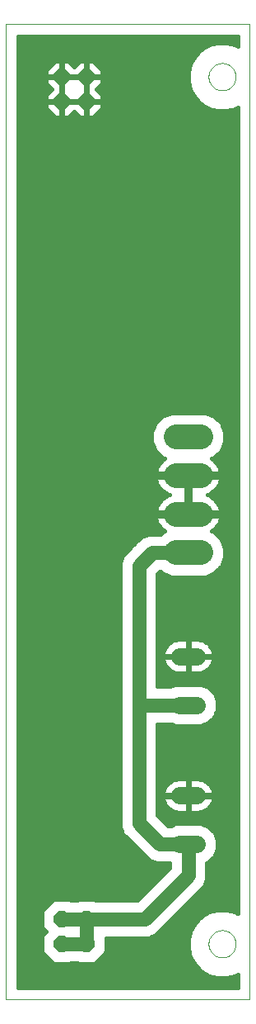
<source format=gbl>
G75*
%MOIN*%
%OFA0B0*%
%FSLAX24Y24*%
%IPPOS*%
%LPD*%
%AMOC8*
5,1,8,0,0,1.08239X$1,22.5*
%
%ADD10C,0.0000*%
%ADD11OC8,0.0640*%
%ADD12C,0.0710*%
%ADD13C,0.1004*%
%ADD14C,0.0560*%
%ADD15C,0.0160*%
D10*
X057015Y003890D02*
X057015Y043260D01*
X066882Y043260D01*
X066882Y003890D01*
X057015Y003890D01*
X065215Y006140D02*
X065217Y006187D01*
X065223Y006233D01*
X065233Y006279D01*
X065246Y006323D01*
X065264Y006367D01*
X065285Y006408D01*
X065309Y006448D01*
X065337Y006486D01*
X065368Y006521D01*
X065402Y006553D01*
X065438Y006582D01*
X065477Y006608D01*
X065517Y006631D01*
X065560Y006650D01*
X065604Y006666D01*
X065649Y006678D01*
X065695Y006686D01*
X065742Y006690D01*
X065788Y006690D01*
X065835Y006686D01*
X065881Y006678D01*
X065926Y006666D01*
X065970Y006650D01*
X066013Y006631D01*
X066053Y006608D01*
X066092Y006582D01*
X066128Y006553D01*
X066162Y006521D01*
X066193Y006486D01*
X066221Y006448D01*
X066245Y006408D01*
X066266Y006367D01*
X066284Y006323D01*
X066297Y006279D01*
X066307Y006233D01*
X066313Y006187D01*
X066315Y006140D01*
X066313Y006093D01*
X066307Y006047D01*
X066297Y006001D01*
X066284Y005957D01*
X066266Y005913D01*
X066245Y005872D01*
X066221Y005832D01*
X066193Y005794D01*
X066162Y005759D01*
X066128Y005727D01*
X066092Y005698D01*
X066053Y005672D01*
X066013Y005649D01*
X065970Y005630D01*
X065926Y005614D01*
X065881Y005602D01*
X065835Y005594D01*
X065788Y005590D01*
X065742Y005590D01*
X065695Y005594D01*
X065649Y005602D01*
X065604Y005614D01*
X065560Y005630D01*
X065517Y005649D01*
X065477Y005672D01*
X065438Y005698D01*
X065402Y005727D01*
X065368Y005759D01*
X065337Y005794D01*
X065309Y005832D01*
X065285Y005872D01*
X065264Y005913D01*
X065246Y005957D01*
X065233Y006001D01*
X065223Y006047D01*
X065217Y006093D01*
X065215Y006140D01*
X065215Y041140D02*
X065217Y041187D01*
X065223Y041233D01*
X065233Y041279D01*
X065246Y041323D01*
X065264Y041367D01*
X065285Y041408D01*
X065309Y041448D01*
X065337Y041486D01*
X065368Y041521D01*
X065402Y041553D01*
X065438Y041582D01*
X065477Y041608D01*
X065517Y041631D01*
X065560Y041650D01*
X065604Y041666D01*
X065649Y041678D01*
X065695Y041686D01*
X065742Y041690D01*
X065788Y041690D01*
X065835Y041686D01*
X065881Y041678D01*
X065926Y041666D01*
X065970Y041650D01*
X066013Y041631D01*
X066053Y041608D01*
X066092Y041582D01*
X066128Y041553D01*
X066162Y041521D01*
X066193Y041486D01*
X066221Y041448D01*
X066245Y041408D01*
X066266Y041367D01*
X066284Y041323D01*
X066297Y041279D01*
X066307Y041233D01*
X066313Y041187D01*
X066315Y041140D01*
X066313Y041093D01*
X066307Y041047D01*
X066297Y041001D01*
X066284Y040957D01*
X066266Y040913D01*
X066245Y040872D01*
X066221Y040832D01*
X066193Y040794D01*
X066162Y040759D01*
X066128Y040727D01*
X066092Y040698D01*
X066053Y040672D01*
X066013Y040649D01*
X065970Y040630D01*
X065926Y040614D01*
X065881Y040602D01*
X065835Y040594D01*
X065788Y040590D01*
X065742Y040590D01*
X065695Y040594D01*
X065649Y040602D01*
X065604Y040614D01*
X065560Y040630D01*
X065517Y040649D01*
X065477Y040672D01*
X065438Y040698D01*
X065402Y040727D01*
X065368Y040759D01*
X065337Y040794D01*
X065309Y040832D01*
X065285Y040872D01*
X065264Y040913D01*
X065246Y040957D01*
X065233Y041001D01*
X065223Y041047D01*
X065217Y041093D01*
X065215Y041140D01*
D11*
X060265Y041140D03*
X059265Y041140D03*
X059265Y040140D03*
X060265Y040140D03*
X060265Y007140D03*
X059265Y007140D03*
X059265Y006140D03*
X060265Y006140D03*
D12*
X064035Y010156D02*
X064745Y010156D01*
X064745Y012124D02*
X064035Y012124D01*
X064035Y015781D02*
X064745Y015781D01*
X064745Y017749D02*
X064035Y017749D01*
D13*
X063888Y021926D02*
X064892Y021926D01*
X064892Y023485D02*
X063888Y023485D01*
X063888Y025045D02*
X064892Y025045D01*
X064892Y026604D02*
X063888Y026604D01*
D14*
X064390Y021926D02*
X062926Y021926D01*
X062390Y021390D01*
X062390Y015765D01*
X064374Y015765D01*
X064390Y015781D01*
X062390Y015765D02*
X062390Y011015D01*
X063249Y010156D01*
X064390Y010156D01*
X064390Y008890D01*
X062640Y007140D01*
X060265Y007140D01*
X060265Y006140D01*
X059265Y006140D01*
X059265Y007140D02*
X060265Y007140D01*
D15*
X060636Y007900D02*
X060596Y007940D01*
X059934Y007940D01*
X059894Y007900D01*
X059636Y007900D01*
X059596Y007940D01*
X058934Y007940D01*
X058465Y007471D01*
X058465Y006809D01*
X058634Y006640D01*
X058465Y006471D01*
X058465Y005809D01*
X058934Y005340D01*
X059596Y005340D01*
X059636Y005380D01*
X059894Y005380D01*
X059934Y005340D01*
X060596Y005340D01*
X061065Y005809D01*
X061065Y006380D01*
X062791Y006380D01*
X063071Y006496D01*
X063284Y006709D01*
X065034Y008459D01*
X065150Y008739D01*
X065150Y009420D01*
X065218Y009448D01*
X065453Y009683D01*
X065580Y009990D01*
X065580Y010322D01*
X065453Y010629D01*
X065218Y010864D01*
X064911Y010991D01*
X063869Y010991D01*
X063688Y010916D01*
X063564Y010916D01*
X063150Y011330D01*
X063150Y015005D01*
X063726Y015005D01*
X063869Y014946D01*
X064911Y014946D01*
X065218Y015073D01*
X065453Y015308D01*
X065580Y015615D01*
X065580Y015947D01*
X065453Y016254D01*
X065218Y016489D01*
X064911Y016616D01*
X063869Y016616D01*
X063650Y016525D01*
X063150Y016525D01*
X063150Y021075D01*
X063241Y021166D01*
X063259Y021166D01*
X063332Y021094D01*
X063693Y020944D01*
X065087Y020944D01*
X065448Y021094D01*
X065724Y021370D01*
X065874Y021731D01*
X065874Y022122D01*
X065724Y022483D01*
X065448Y022759D01*
X065349Y022800D01*
X065350Y022801D01*
X065435Y022866D01*
X065511Y022942D01*
X065577Y023028D01*
X065631Y023121D01*
X065672Y023221D01*
X065700Y023325D01*
X065710Y023405D01*
X064470Y023405D01*
X064470Y023565D01*
X065710Y023565D01*
X065700Y023646D01*
X065672Y023750D01*
X065631Y023850D01*
X065577Y023943D01*
X065511Y024029D01*
X065435Y024105D01*
X065350Y024170D01*
X065256Y024224D01*
X065158Y024265D01*
X065256Y024306D01*
X065350Y024360D01*
X065435Y024425D01*
X065511Y024501D01*
X065577Y024587D01*
X065631Y024680D01*
X065672Y024780D01*
X065700Y024884D01*
X065710Y024965D01*
X064470Y024965D01*
X064470Y025125D01*
X065710Y025125D01*
X065700Y025205D01*
X065672Y025309D01*
X065631Y025409D01*
X065577Y025502D01*
X065511Y025588D01*
X065435Y025664D01*
X065350Y025729D01*
X065349Y025730D01*
X065448Y025771D01*
X065724Y026047D01*
X065874Y026408D01*
X065874Y026799D01*
X065724Y027160D01*
X065448Y027436D01*
X065087Y027586D01*
X063693Y027586D01*
X063332Y027436D01*
X063056Y027160D01*
X062906Y026799D01*
X062906Y026408D01*
X063056Y026047D01*
X063332Y025771D01*
X063431Y025730D01*
X063430Y025729D01*
X063345Y025664D01*
X063269Y025588D01*
X063203Y025502D01*
X063149Y025409D01*
X063108Y025309D01*
X063080Y025205D01*
X063070Y025125D01*
X064310Y025125D01*
X064310Y024965D01*
X063070Y024965D01*
X063080Y024884D01*
X063108Y024780D01*
X063149Y024680D01*
X063203Y024587D01*
X063269Y024501D01*
X063345Y024425D01*
X063430Y024360D01*
X063524Y024306D01*
X063622Y024265D01*
X063524Y024224D01*
X063430Y024170D01*
X063345Y024105D01*
X063269Y024029D01*
X063203Y023943D01*
X063149Y023850D01*
X063108Y023750D01*
X063080Y023646D01*
X063070Y023565D01*
X064310Y023565D01*
X064310Y023405D01*
X063070Y023405D01*
X063080Y023325D01*
X063108Y023221D01*
X063149Y023121D01*
X063203Y023028D01*
X063269Y022942D01*
X063345Y022866D01*
X063430Y022801D01*
X063431Y022800D01*
X063332Y022759D01*
X063259Y022686D01*
X062775Y022686D01*
X062496Y022571D01*
X062282Y022357D01*
X061746Y021821D01*
X061630Y021541D01*
X061630Y010864D01*
X057495Y010864D01*
X057495Y010706D02*
X061696Y010706D01*
X061746Y010584D02*
X061959Y010371D01*
X062819Y009511D01*
X063098Y009396D01*
X063630Y009396D01*
X063630Y009205D01*
X062325Y007900D01*
X060636Y007900D01*
X061065Y006268D02*
X064385Y006268D01*
X064385Y006322D02*
X064385Y005958D01*
X064479Y005607D01*
X064661Y005293D01*
X064918Y005036D01*
X065232Y004854D01*
X065583Y004760D01*
X065947Y004760D01*
X066298Y004854D01*
X066402Y004914D01*
X066402Y004370D01*
X057495Y004370D01*
X057495Y042780D01*
X066402Y042780D01*
X066402Y042366D01*
X066298Y042426D01*
X065947Y042520D01*
X065583Y042520D01*
X065232Y042426D01*
X064918Y042244D01*
X064661Y041987D01*
X064479Y041673D01*
X064385Y041322D01*
X064385Y040958D01*
X064479Y040607D01*
X064661Y040293D01*
X064918Y040036D01*
X065232Y039854D01*
X065583Y039760D01*
X065947Y039760D01*
X066298Y039854D01*
X066402Y039914D01*
X066402Y007366D01*
X066298Y007426D01*
X065947Y007520D01*
X065583Y007520D01*
X065232Y007426D01*
X064918Y007244D01*
X064661Y006987D01*
X064479Y006673D01*
X064385Y006322D01*
X064413Y006426D02*
X062902Y006426D01*
X063159Y006585D02*
X064455Y006585D01*
X064520Y006743D02*
X063318Y006743D01*
X063476Y006902D02*
X064611Y006902D01*
X064733Y007060D02*
X063635Y007060D01*
X063793Y007219D02*
X064892Y007219D01*
X065148Y007377D02*
X063952Y007377D01*
X064110Y007536D02*
X066402Y007536D01*
X066402Y007694D02*
X064269Y007694D01*
X064427Y007853D02*
X066402Y007853D01*
X066402Y008011D02*
X064586Y008011D01*
X064744Y008170D02*
X066402Y008170D01*
X066402Y008328D02*
X064903Y008328D01*
X065045Y008487D02*
X066402Y008487D01*
X066402Y008645D02*
X065111Y008645D01*
X065150Y008804D02*
X066402Y008804D01*
X066402Y008962D02*
X065150Y008962D01*
X065150Y009121D02*
X066402Y009121D01*
X066402Y009279D02*
X065150Y009279D01*
X065193Y009438D02*
X066402Y009438D01*
X066402Y009596D02*
X065366Y009596D01*
X065483Y009755D02*
X066402Y009755D01*
X066402Y009913D02*
X065548Y009913D01*
X065580Y010072D02*
X066402Y010072D01*
X066402Y010230D02*
X065580Y010230D01*
X065552Y010389D02*
X066402Y010389D01*
X066402Y010547D02*
X065487Y010547D01*
X065376Y010706D02*
X066402Y010706D01*
X066402Y010864D02*
X065217Y010864D01*
X064962Y011484D02*
X065044Y011518D01*
X065121Y011562D01*
X065191Y011616D01*
X065254Y011678D01*
X065307Y011748D01*
X065352Y011825D01*
X065386Y011907D01*
X065408Y011992D01*
X065420Y012080D01*
X065420Y012087D01*
X064428Y012087D01*
X064428Y012162D01*
X065420Y012162D01*
X065420Y012168D01*
X065408Y012256D01*
X065386Y012342D01*
X065352Y012423D01*
X065307Y012500D01*
X065254Y012570D01*
X065191Y012633D01*
X065121Y012687D01*
X065044Y012731D01*
X064962Y012765D01*
X064877Y012788D01*
X064789Y012799D01*
X064428Y012799D01*
X064428Y012162D01*
X064352Y012162D01*
X064352Y012087D01*
X063360Y012087D01*
X063360Y012080D01*
X063372Y011992D01*
X063394Y011907D01*
X063428Y011825D01*
X063473Y011748D01*
X063526Y011678D01*
X063589Y011616D01*
X063659Y011562D01*
X063736Y011518D01*
X063818Y011484D01*
X063903Y011461D01*
X063991Y011449D01*
X064352Y011449D01*
X064352Y012087D01*
X064428Y012087D01*
X064428Y011449D01*
X064789Y011449D01*
X064877Y011461D01*
X064962Y011484D01*
X064997Y011498D02*
X066402Y011498D01*
X066402Y011340D02*
X063150Y011340D01*
X063150Y011498D02*
X063783Y011498D01*
X063548Y011657D02*
X063150Y011657D01*
X063150Y011815D02*
X063434Y011815D01*
X063377Y011974D02*
X063150Y011974D01*
X063150Y012132D02*
X064352Y012132D01*
X064352Y012162D02*
X063360Y012162D01*
X063360Y012168D01*
X063372Y012256D01*
X063394Y012342D01*
X063428Y012423D01*
X063473Y012500D01*
X063526Y012570D01*
X063589Y012633D01*
X063659Y012687D01*
X063736Y012731D01*
X063818Y012765D01*
X063903Y012788D01*
X063991Y012799D01*
X064352Y012799D01*
X064352Y012162D01*
X064428Y012132D02*
X066402Y012132D01*
X066402Y011974D02*
X065403Y011974D01*
X065346Y011815D02*
X066402Y011815D01*
X066402Y011657D02*
X065232Y011657D01*
X064428Y011657D02*
X064352Y011657D01*
X064352Y011815D02*
X064428Y011815D01*
X064428Y011974D02*
X064352Y011974D01*
X064352Y012291D02*
X064428Y012291D01*
X064428Y012449D02*
X064352Y012449D01*
X064352Y012608D02*
X064428Y012608D01*
X064428Y012766D02*
X064352Y012766D01*
X063822Y012766D02*
X063150Y012766D01*
X063150Y012608D02*
X063564Y012608D01*
X063443Y012449D02*
X063150Y012449D01*
X063150Y012291D02*
X063381Y012291D01*
X063150Y012925D02*
X066402Y012925D01*
X066402Y013083D02*
X063150Y013083D01*
X063150Y013242D02*
X066402Y013242D01*
X066402Y013400D02*
X063150Y013400D01*
X063150Y013559D02*
X066402Y013559D01*
X066402Y013717D02*
X063150Y013717D01*
X063150Y013876D02*
X066402Y013876D01*
X066402Y014034D02*
X063150Y014034D01*
X063150Y014193D02*
X066402Y014193D01*
X066402Y014351D02*
X063150Y014351D01*
X063150Y014510D02*
X066402Y014510D01*
X066402Y014668D02*
X063150Y014668D01*
X063150Y014827D02*
X066402Y014827D01*
X066402Y014985D02*
X065006Y014985D01*
X065289Y015144D02*
X066402Y015144D01*
X066402Y015302D02*
X065447Y015302D01*
X065516Y015461D02*
X066402Y015461D01*
X066402Y015619D02*
X065580Y015619D01*
X065580Y015778D02*
X066402Y015778D01*
X066402Y015936D02*
X065580Y015936D01*
X065519Y016095D02*
X066402Y016095D01*
X066402Y016253D02*
X065453Y016253D01*
X065295Y016412D02*
X066402Y016412D01*
X066402Y016570D02*
X065021Y016570D01*
X064877Y017086D02*
X064962Y017109D01*
X065044Y017143D01*
X065121Y017187D01*
X065191Y017241D01*
X065254Y017303D01*
X065307Y017373D01*
X065352Y017450D01*
X065386Y017532D01*
X065408Y017617D01*
X065420Y017705D01*
X065420Y017712D01*
X064428Y017712D01*
X064428Y017787D01*
X065420Y017787D01*
X065420Y017793D01*
X065408Y017881D01*
X065386Y017967D01*
X065352Y018048D01*
X065307Y018125D01*
X065254Y018195D01*
X065191Y018258D01*
X065121Y018312D01*
X065044Y018356D01*
X064962Y018390D01*
X064877Y018413D01*
X064789Y018424D01*
X064428Y018424D01*
X064428Y017787D01*
X064352Y017787D01*
X064352Y017712D01*
X063360Y017712D01*
X063360Y017705D01*
X063372Y017617D01*
X063394Y017532D01*
X063428Y017450D01*
X063473Y017373D01*
X063526Y017303D01*
X063589Y017241D01*
X063659Y017187D01*
X063736Y017143D01*
X063818Y017109D01*
X063903Y017086D01*
X063991Y017074D01*
X064352Y017074D01*
X064352Y017712D01*
X064428Y017712D01*
X064428Y017074D01*
X064789Y017074D01*
X064877Y017086D01*
X065143Y017204D02*
X066402Y017204D01*
X066402Y017046D02*
X063150Y017046D01*
X063150Y017204D02*
X063637Y017204D01*
X063481Y017363D02*
X063150Y017363D01*
X063150Y017521D02*
X063399Y017521D01*
X063363Y017680D02*
X063150Y017680D01*
X063150Y017838D02*
X063366Y017838D01*
X063372Y017881D02*
X063360Y017793D01*
X063360Y017787D01*
X064352Y017787D01*
X064352Y018424D01*
X063991Y018424D01*
X063903Y018413D01*
X063818Y018390D01*
X063736Y018356D01*
X063659Y018312D01*
X063589Y018258D01*
X063526Y018195D01*
X063473Y018125D01*
X063428Y018048D01*
X063394Y017967D01*
X063372Y017881D01*
X063407Y017997D02*
X063150Y017997D01*
X063150Y018155D02*
X063496Y018155D01*
X063662Y018314D02*
X063150Y018314D01*
X063150Y018472D02*
X066402Y018472D01*
X066402Y018314D02*
X065118Y018314D01*
X065284Y018155D02*
X066402Y018155D01*
X066402Y017997D02*
X065373Y017997D01*
X065414Y017838D02*
X066402Y017838D01*
X066402Y017680D02*
X065417Y017680D01*
X065381Y017521D02*
X066402Y017521D01*
X066402Y017363D02*
X065299Y017363D01*
X066402Y016887D02*
X063150Y016887D01*
X063150Y016729D02*
X066402Y016729D01*
X064428Y017204D02*
X064352Y017204D01*
X064352Y017363D02*
X064428Y017363D01*
X064428Y017521D02*
X064352Y017521D01*
X064352Y017680D02*
X064428Y017680D01*
X064428Y017838D02*
X064352Y017838D01*
X064352Y017997D02*
X064428Y017997D01*
X064428Y018155D02*
X064352Y018155D01*
X064352Y018314D02*
X064428Y018314D01*
X063150Y018631D02*
X066402Y018631D01*
X066402Y018789D02*
X063150Y018789D01*
X063150Y018948D02*
X066402Y018948D01*
X066402Y019106D02*
X063150Y019106D01*
X063150Y019265D02*
X066402Y019265D01*
X066402Y019423D02*
X063150Y019423D01*
X063150Y019582D02*
X066402Y019582D01*
X066402Y019740D02*
X063150Y019740D01*
X063150Y019899D02*
X066402Y019899D01*
X066402Y020057D02*
X063150Y020057D01*
X063150Y020216D02*
X066402Y020216D01*
X066402Y020374D02*
X063150Y020374D01*
X063150Y020533D02*
X066402Y020533D01*
X066402Y020691D02*
X063150Y020691D01*
X063150Y020850D02*
X066402Y020850D01*
X066402Y021008D02*
X065241Y021008D01*
X065521Y021167D02*
X066402Y021167D01*
X066402Y021325D02*
X065679Y021325D01*
X065771Y021484D02*
X066402Y021484D01*
X066402Y021642D02*
X065837Y021642D01*
X065874Y021801D02*
X066402Y021801D01*
X066402Y021959D02*
X065874Y021959D01*
X065874Y022118D02*
X066402Y022118D01*
X066402Y022276D02*
X065810Y022276D01*
X065744Y022435D02*
X066402Y022435D01*
X066402Y022593D02*
X065614Y022593D01*
X065456Y022752D02*
X066402Y022752D01*
X066402Y022910D02*
X065479Y022910D01*
X065600Y023069D02*
X066402Y023069D01*
X066402Y023227D02*
X065674Y023227D01*
X065708Y023386D02*
X066402Y023386D01*
X066402Y023544D02*
X064470Y023544D01*
X064470Y023565D02*
X064310Y023565D01*
X064310Y024965D01*
X064470Y024965D01*
X064470Y024223D01*
X064470Y023565D01*
X064470Y023703D02*
X064310Y023703D01*
X064310Y023861D02*
X064470Y023861D01*
X064470Y024020D02*
X064310Y024020D01*
X064310Y024178D02*
X064470Y024178D01*
X064470Y024337D02*
X064310Y024337D01*
X064310Y024495D02*
X064470Y024495D01*
X064470Y024654D02*
X064310Y024654D01*
X064310Y024812D02*
X064470Y024812D01*
X064470Y024971D02*
X066402Y024971D01*
X066402Y025129D02*
X065710Y025129D01*
X065678Y025288D02*
X066402Y025288D01*
X066402Y025446D02*
X065609Y025446D01*
X065494Y025605D02*
X066402Y025605D01*
X066402Y025763D02*
X065429Y025763D01*
X065599Y025922D02*
X066402Y025922D01*
X066402Y026080D02*
X065738Y026080D01*
X065804Y026239D02*
X066402Y026239D01*
X066402Y026397D02*
X065869Y026397D01*
X065874Y026556D02*
X066402Y026556D01*
X066402Y026714D02*
X065874Y026714D01*
X065843Y026873D02*
X066402Y026873D01*
X066402Y027031D02*
X065778Y027031D01*
X065695Y027190D02*
X066402Y027190D01*
X066402Y027348D02*
X065536Y027348D01*
X065278Y027507D02*
X066402Y027507D01*
X066402Y027665D02*
X057495Y027665D01*
X057495Y027507D02*
X063502Y027507D01*
X063244Y027348D02*
X057495Y027348D01*
X057495Y027190D02*
X063085Y027190D01*
X063002Y027031D02*
X057495Y027031D01*
X057495Y026873D02*
X062937Y026873D01*
X062906Y026714D02*
X057495Y026714D01*
X057495Y026556D02*
X062906Y026556D01*
X062911Y026397D02*
X057495Y026397D01*
X057495Y026239D02*
X062976Y026239D01*
X063042Y026080D02*
X057495Y026080D01*
X057495Y025922D02*
X063181Y025922D01*
X063351Y025763D02*
X057495Y025763D01*
X057495Y025605D02*
X063286Y025605D01*
X063171Y025446D02*
X057495Y025446D01*
X057495Y025288D02*
X063102Y025288D01*
X063070Y025129D02*
X057495Y025129D01*
X057495Y024971D02*
X064310Y024971D01*
X063470Y024337D02*
X057495Y024337D01*
X057495Y024495D02*
X063275Y024495D01*
X063165Y024654D02*
X057495Y024654D01*
X057495Y024812D02*
X063099Y024812D01*
X063444Y024178D02*
X057495Y024178D01*
X057495Y024020D02*
X063262Y024020D01*
X063156Y023861D02*
X057495Y023861D01*
X057495Y023703D02*
X063095Y023703D01*
X063072Y023386D02*
X057495Y023386D01*
X057495Y023544D02*
X064310Y023544D01*
X063301Y022910D02*
X057495Y022910D01*
X057495Y022752D02*
X063324Y022752D01*
X063180Y023069D02*
X057495Y023069D01*
X057495Y023227D02*
X063106Y023227D01*
X062550Y022593D02*
X057495Y022593D01*
X057495Y022435D02*
X062360Y022435D01*
X062201Y022276D02*
X057495Y022276D01*
X057495Y022118D02*
X062043Y022118D01*
X061884Y021959D02*
X057495Y021959D01*
X057495Y021801D02*
X061737Y021801D01*
X061672Y021642D02*
X057495Y021642D01*
X057495Y021484D02*
X061630Y021484D01*
X061630Y021325D02*
X057495Y021325D01*
X057495Y021167D02*
X061630Y021167D01*
X061630Y021008D02*
X057495Y021008D01*
X057495Y020850D02*
X061630Y020850D01*
X061630Y020691D02*
X057495Y020691D01*
X057495Y020533D02*
X061630Y020533D01*
X061630Y020374D02*
X057495Y020374D01*
X057495Y020216D02*
X061630Y020216D01*
X061630Y020057D02*
X057495Y020057D01*
X057495Y019899D02*
X061630Y019899D01*
X061630Y019740D02*
X057495Y019740D01*
X057495Y019582D02*
X061630Y019582D01*
X061630Y019423D02*
X057495Y019423D01*
X057495Y019265D02*
X061630Y019265D01*
X061630Y019106D02*
X057495Y019106D01*
X057495Y018948D02*
X061630Y018948D01*
X061630Y018789D02*
X057495Y018789D01*
X057495Y018631D02*
X061630Y018631D01*
X061630Y018472D02*
X057495Y018472D01*
X057495Y018314D02*
X061630Y018314D01*
X061630Y018155D02*
X057495Y018155D01*
X057495Y017997D02*
X061630Y017997D01*
X061630Y017838D02*
X057495Y017838D01*
X057495Y017680D02*
X061630Y017680D01*
X061630Y017521D02*
X057495Y017521D01*
X057495Y017363D02*
X061630Y017363D01*
X061630Y017204D02*
X057495Y017204D01*
X057495Y017046D02*
X061630Y017046D01*
X061630Y016887D02*
X057495Y016887D01*
X057495Y016729D02*
X061630Y016729D01*
X061630Y016570D02*
X057495Y016570D01*
X057495Y016412D02*
X061630Y016412D01*
X061630Y016253D02*
X057495Y016253D01*
X057495Y016095D02*
X061630Y016095D01*
X061630Y015936D02*
X057495Y015936D01*
X057495Y015778D02*
X061630Y015778D01*
X061630Y015619D02*
X057495Y015619D01*
X057495Y015461D02*
X061630Y015461D01*
X061630Y015302D02*
X057495Y015302D01*
X057495Y015144D02*
X061630Y015144D01*
X061630Y014985D02*
X057495Y014985D01*
X057495Y014827D02*
X061630Y014827D01*
X061630Y014668D02*
X057495Y014668D01*
X057495Y014510D02*
X061630Y014510D01*
X061630Y014351D02*
X057495Y014351D01*
X057495Y014193D02*
X061630Y014193D01*
X061630Y014034D02*
X057495Y014034D01*
X057495Y013876D02*
X061630Y013876D01*
X061630Y013717D02*
X057495Y013717D01*
X057495Y013559D02*
X061630Y013559D01*
X061630Y013400D02*
X057495Y013400D01*
X057495Y013242D02*
X061630Y013242D01*
X061630Y013083D02*
X057495Y013083D01*
X057495Y012925D02*
X061630Y012925D01*
X061630Y012766D02*
X057495Y012766D01*
X057495Y012608D02*
X061630Y012608D01*
X061630Y012449D02*
X057495Y012449D01*
X057495Y012291D02*
X061630Y012291D01*
X061630Y012132D02*
X057495Y012132D01*
X057495Y011974D02*
X061630Y011974D01*
X061630Y011815D02*
X057495Y011815D01*
X057495Y011657D02*
X061630Y011657D01*
X061630Y011498D02*
X057495Y011498D01*
X057495Y011340D02*
X061630Y011340D01*
X061630Y011181D02*
X057495Y011181D01*
X057495Y011023D02*
X061630Y011023D01*
X061630Y010864D02*
X061746Y010584D01*
X061783Y010547D02*
X057495Y010547D01*
X057495Y010389D02*
X061942Y010389D01*
X062100Y010230D02*
X057495Y010230D01*
X057495Y010072D02*
X062259Y010072D01*
X062417Y009913D02*
X057495Y009913D01*
X057495Y009755D02*
X062576Y009755D01*
X062734Y009596D02*
X057495Y009596D01*
X057495Y009438D02*
X062997Y009438D01*
X063387Y008962D02*
X057495Y008962D01*
X057495Y008804D02*
X063229Y008804D01*
X063070Y008645D02*
X057495Y008645D01*
X057495Y008487D02*
X062912Y008487D01*
X062753Y008328D02*
X057495Y008328D01*
X057495Y008170D02*
X062595Y008170D01*
X062436Y008011D02*
X057495Y008011D01*
X057495Y007853D02*
X058846Y007853D01*
X058688Y007694D02*
X057495Y007694D01*
X057495Y007536D02*
X058529Y007536D01*
X058465Y007377D02*
X057495Y007377D01*
X057495Y007219D02*
X058465Y007219D01*
X058465Y007060D02*
X057495Y007060D01*
X057495Y006902D02*
X058465Y006902D01*
X058531Y006743D02*
X057495Y006743D01*
X057495Y006585D02*
X058578Y006585D01*
X058465Y006426D02*
X057495Y006426D01*
X057495Y006268D02*
X058465Y006268D01*
X058465Y006109D02*
X057495Y006109D01*
X057495Y005951D02*
X058465Y005951D01*
X058482Y005792D02*
X057495Y005792D01*
X057495Y005634D02*
X058640Y005634D01*
X058799Y005475D02*
X057495Y005475D01*
X057495Y005317D02*
X064647Y005317D01*
X064555Y005475D02*
X060731Y005475D01*
X060890Y005634D02*
X064472Y005634D01*
X064430Y005792D02*
X061048Y005792D01*
X061065Y005951D02*
X064387Y005951D01*
X064385Y006109D02*
X061065Y006109D01*
X057495Y005158D02*
X064795Y005158D01*
X064980Y005000D02*
X057495Y005000D01*
X057495Y004841D02*
X065281Y004841D01*
X066249Y004841D02*
X066402Y004841D01*
X066402Y004683D02*
X057495Y004683D01*
X057495Y004524D02*
X066402Y004524D01*
X066382Y007377D02*
X066402Y007377D01*
X063546Y009121D02*
X057495Y009121D01*
X057495Y009279D02*
X063630Y009279D01*
X063457Y011023D02*
X066402Y011023D01*
X066402Y011181D02*
X063299Y011181D01*
X064352Y011498D02*
X064428Y011498D01*
X065399Y012291D02*
X066402Y012291D01*
X066402Y012449D02*
X065337Y012449D01*
X065216Y012608D02*
X066402Y012608D01*
X066402Y012766D02*
X064958Y012766D01*
X063774Y014985D02*
X063150Y014985D01*
X063150Y016570D02*
X063759Y016570D01*
X063539Y021008D02*
X063150Y021008D01*
X065685Y023703D02*
X066402Y023703D01*
X066402Y023861D02*
X065624Y023861D01*
X065518Y024020D02*
X066402Y024020D01*
X066402Y024178D02*
X065336Y024178D01*
X065310Y024337D02*
X066402Y024337D01*
X066402Y024495D02*
X065505Y024495D01*
X065615Y024654D02*
X066402Y024654D01*
X066402Y024812D02*
X065681Y024812D01*
X066402Y027824D02*
X057495Y027824D01*
X057495Y027982D02*
X066402Y027982D01*
X066402Y028141D02*
X057495Y028141D01*
X057495Y028299D02*
X066402Y028299D01*
X066402Y028458D02*
X057495Y028458D01*
X057495Y028616D02*
X066402Y028616D01*
X066402Y028775D02*
X057495Y028775D01*
X057495Y028933D02*
X066402Y028933D01*
X066402Y029092D02*
X057495Y029092D01*
X057495Y029250D02*
X066402Y029250D01*
X066402Y029409D02*
X057495Y029409D01*
X057495Y029567D02*
X066402Y029567D01*
X066402Y029726D02*
X057495Y029726D01*
X057495Y029884D02*
X066402Y029884D01*
X066402Y030043D02*
X057495Y030043D01*
X057495Y030201D02*
X066402Y030201D01*
X066402Y030360D02*
X057495Y030360D01*
X057495Y030518D02*
X066402Y030518D01*
X066402Y030677D02*
X057495Y030677D01*
X057495Y030835D02*
X066402Y030835D01*
X066402Y030994D02*
X057495Y030994D01*
X057495Y031152D02*
X066402Y031152D01*
X066402Y031311D02*
X057495Y031311D01*
X057495Y031469D02*
X066402Y031469D01*
X066402Y031628D02*
X057495Y031628D01*
X057495Y031786D02*
X066402Y031786D01*
X066402Y031945D02*
X057495Y031945D01*
X057495Y032103D02*
X066402Y032103D01*
X066402Y032262D02*
X057495Y032262D01*
X057495Y032420D02*
X066402Y032420D01*
X066402Y032579D02*
X057495Y032579D01*
X057495Y032737D02*
X066402Y032737D01*
X066402Y032896D02*
X057495Y032896D01*
X057495Y033054D02*
X066402Y033054D01*
X066402Y033213D02*
X057495Y033213D01*
X057495Y033371D02*
X066402Y033371D01*
X066402Y033530D02*
X057495Y033530D01*
X057495Y033688D02*
X066402Y033688D01*
X066402Y033847D02*
X057495Y033847D01*
X057495Y034005D02*
X066402Y034005D01*
X066402Y034164D02*
X057495Y034164D01*
X057495Y034322D02*
X066402Y034322D01*
X066402Y034481D02*
X057495Y034481D01*
X057495Y034639D02*
X066402Y034639D01*
X066402Y034798D02*
X057495Y034798D01*
X057495Y034956D02*
X066402Y034956D01*
X066402Y035115D02*
X057495Y035115D01*
X057495Y035273D02*
X066402Y035273D01*
X066402Y035432D02*
X057495Y035432D01*
X057495Y035590D02*
X066402Y035590D01*
X066402Y035749D02*
X057495Y035749D01*
X057495Y035907D02*
X066402Y035907D01*
X066402Y036066D02*
X057495Y036066D01*
X057495Y036224D02*
X066402Y036224D01*
X066402Y036383D02*
X057495Y036383D01*
X057495Y036541D02*
X066402Y036541D01*
X066402Y036700D02*
X057495Y036700D01*
X057495Y036858D02*
X066402Y036858D01*
X066402Y037017D02*
X057495Y037017D01*
X057495Y037175D02*
X066402Y037175D01*
X066402Y037334D02*
X057495Y037334D01*
X057495Y037492D02*
X066402Y037492D01*
X066402Y037651D02*
X057495Y037651D01*
X057495Y037809D02*
X066402Y037809D01*
X066402Y037968D02*
X057495Y037968D01*
X057495Y038126D02*
X066402Y038126D01*
X066402Y038285D02*
X057495Y038285D01*
X057495Y038443D02*
X066402Y038443D01*
X066402Y038602D02*
X057495Y038602D01*
X057495Y038760D02*
X066402Y038760D01*
X066402Y038919D02*
X057495Y038919D01*
X057495Y039077D02*
X066402Y039077D01*
X066402Y039236D02*
X057495Y039236D01*
X057495Y039394D02*
X066402Y039394D01*
X066402Y039553D02*
X060583Y039553D01*
X060530Y039500D02*
X060905Y039875D01*
X060905Y040120D01*
X060285Y040120D01*
X060285Y040160D01*
X060905Y040160D01*
X060905Y040405D01*
X060670Y040640D01*
X060905Y040875D01*
X060905Y041120D01*
X060285Y041120D01*
X060285Y041160D01*
X060905Y041160D01*
X060905Y041405D01*
X060530Y041780D01*
X060285Y041780D01*
X060285Y041160D01*
X060245Y041160D01*
X060245Y041780D01*
X060000Y041780D01*
X059765Y041545D01*
X059530Y041780D01*
X059285Y041780D01*
X059285Y041160D01*
X059245Y041160D01*
X059245Y041780D01*
X059000Y041780D01*
X058625Y041405D01*
X058625Y041160D01*
X059245Y041160D01*
X059245Y041120D01*
X058625Y041120D01*
X058625Y040875D01*
X058860Y040640D01*
X058625Y040405D01*
X058625Y040160D01*
X059245Y040160D01*
X059245Y041120D01*
X059285Y041120D01*
X059285Y041160D01*
X060245Y041160D01*
X060245Y041120D01*
X059625Y041120D01*
X059285Y041120D01*
X059285Y040500D01*
X059285Y040160D01*
X059245Y040160D01*
X059245Y040120D01*
X059285Y040120D01*
X059285Y040160D01*
X060245Y040160D01*
X060245Y041120D01*
X060285Y041120D01*
X060285Y040500D01*
X060285Y040160D01*
X060245Y040160D01*
X060245Y040120D01*
X060285Y040120D01*
X060285Y039500D01*
X060530Y039500D01*
X060285Y039553D02*
X060245Y039553D01*
X060245Y039500D02*
X060245Y040120D01*
X059625Y040120D01*
X059285Y040120D01*
X059285Y039500D01*
X059530Y039500D01*
X059765Y039735D01*
X060000Y039500D01*
X060245Y039500D01*
X060245Y039711D02*
X060285Y039711D01*
X060285Y039870D02*
X060245Y039870D01*
X060245Y040028D02*
X060285Y040028D01*
X060285Y040187D02*
X060245Y040187D01*
X060245Y040345D02*
X060285Y040345D01*
X060285Y040504D02*
X060245Y040504D01*
X060245Y040662D02*
X060285Y040662D01*
X060285Y040821D02*
X060245Y040821D01*
X060245Y040979D02*
X060285Y040979D01*
X060285Y041138D02*
X064385Y041138D01*
X064385Y041296D02*
X060905Y041296D01*
X060856Y041455D02*
X064421Y041455D01*
X064463Y041613D02*
X060697Y041613D01*
X060539Y041772D02*
X064536Y041772D01*
X064628Y041930D02*
X057495Y041930D01*
X057495Y041772D02*
X058991Y041772D01*
X058833Y041613D02*
X057495Y041613D01*
X057495Y041455D02*
X058674Y041455D01*
X058625Y041296D02*
X057495Y041296D01*
X057495Y041138D02*
X059245Y041138D01*
X059285Y041138D02*
X060245Y041138D01*
X060245Y041296D02*
X060285Y041296D01*
X060285Y041455D02*
X060245Y041455D01*
X060245Y041613D02*
X060285Y041613D01*
X060285Y041772D02*
X060245Y041772D01*
X059991Y041772D02*
X059539Y041772D01*
X059697Y041613D02*
X059833Y041613D01*
X059285Y041613D02*
X059245Y041613D01*
X059245Y041455D02*
X059285Y041455D01*
X059285Y041296D02*
X059245Y041296D01*
X059245Y040979D02*
X059285Y040979D01*
X059285Y040821D02*
X059245Y040821D01*
X059245Y040662D02*
X059285Y040662D01*
X059285Y040504D02*
X059245Y040504D01*
X059245Y040345D02*
X059285Y040345D01*
X059285Y040187D02*
X059245Y040187D01*
X059245Y040120D02*
X058625Y040120D01*
X058625Y039875D01*
X059000Y039500D01*
X059245Y039500D01*
X059245Y040120D01*
X059245Y040028D02*
X059285Y040028D01*
X059285Y039870D02*
X059245Y039870D01*
X059245Y039711D02*
X059285Y039711D01*
X059285Y039553D02*
X059245Y039553D01*
X058947Y039553D02*
X057495Y039553D01*
X057495Y039711D02*
X058789Y039711D01*
X058630Y039870D02*
X057495Y039870D01*
X057495Y040028D02*
X058625Y040028D01*
X058625Y040187D02*
X057495Y040187D01*
X057495Y040345D02*
X058625Y040345D01*
X058723Y040504D02*
X057495Y040504D01*
X057495Y040662D02*
X058838Y040662D01*
X058679Y040821D02*
X057495Y040821D01*
X057495Y040979D02*
X058625Y040979D01*
X059245Y041772D02*
X059285Y041772D01*
X060692Y040662D02*
X064464Y040662D01*
X064422Y040821D02*
X060851Y040821D01*
X060905Y040979D02*
X064385Y040979D01*
X064539Y040504D02*
X060807Y040504D01*
X060905Y040345D02*
X064630Y040345D01*
X064767Y040187D02*
X060905Y040187D01*
X060905Y040028D02*
X064931Y040028D01*
X065205Y039870D02*
X060900Y039870D01*
X060741Y039711D02*
X066402Y039711D01*
X066402Y039870D02*
X066325Y039870D01*
X066333Y042406D02*
X066402Y042406D01*
X066402Y042564D02*
X057495Y042564D01*
X057495Y042406D02*
X065197Y042406D01*
X064922Y042247D02*
X057495Y042247D01*
X057495Y042089D02*
X064762Y042089D01*
X066402Y042723D02*
X057495Y042723D01*
X059741Y039711D02*
X059789Y039711D01*
X059947Y039553D02*
X059583Y039553D01*
M02*

</source>
